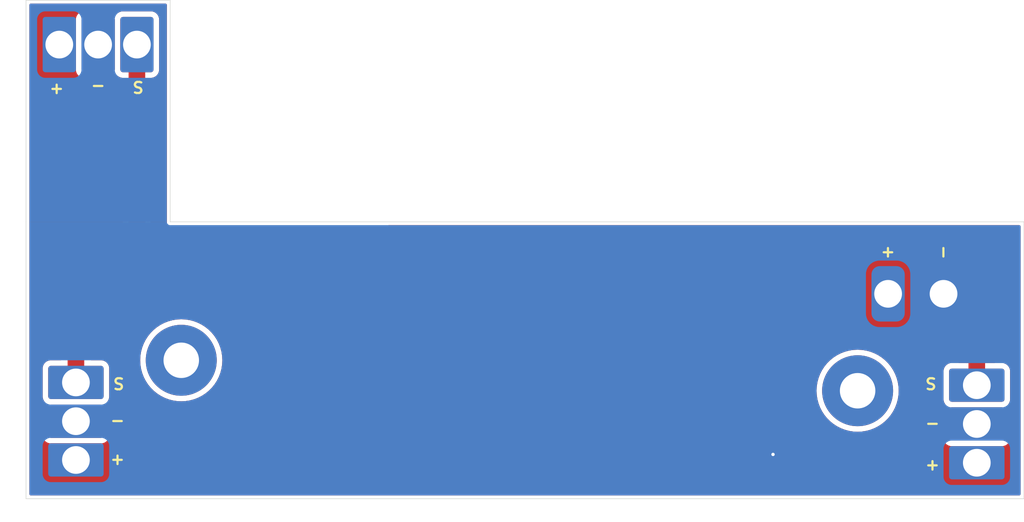
<source format=kicad_pcb>
(kicad_pcb (version 20240108) (generator "pcbnew") (generator_version "8.0")
  (layers (0 "F.Cu" signal) (31 "B.Cu" signal) (34 "B.Paste" user) (35 "F.Paste" user) (36 "B.SilkS" user "B.Silkscreen") (37 "F.SilkS" user "F.Silkscreen") (38 "B.Mask" user) (39 "F.Mask" user) (44 "Edge.Cuts" user))
  (net 0 "")
  (net 1 "Net-(T3-+)")
  (net 2 "Net-(T1-Pad2)")
  (net 3 "Net-(T3--)")
  (net 4 "Net-(T1-Pad1)")
  (net 5 "Net-(T2-Pad1)")
  (net 6 "Net-(T4-Pad1)")
  (net 7 "Net-(T10-Pad1)")
  (footprint "Connectors:MR30" (layer "F.Cu") (at 185.75 114.75)
    (property "Reference" "T4" (hide yes))
    (property "Value" "~")
    (fp_text user "-" (at -4.75 4 0) (layer "F.SilkS") (effects (font (thickness 0.2) (bold yes)) (justify left bottom)))
    (fp_text user "S" (at -4.75 0.5 0) (layer "F.SilkS") (effects (font (thickness 0.2) (bold yes)) (justify left bottom)))
    (fp_text user "+" (at -4.75 7.75 0) (layer "F.SilkS") (effects (font (thickness 0.2) (bold yes)) (justify left bottom)))
    (pad "1" thru_hole roundrect (at 0 0) (size 5 3) (drill 2.5) (layers "*.Cu" "*.Mask") (roundrect_rratio 0.08333333333) (net 6 "Net-(T4-Pad1)"))
    (pad "2" thru_hole roundrect (at 0 3.5) (size 5 3) (drill 2.5) (layers "*.Cu" "*.Mask") (roundrect_rratio 0.08333333333) (net 3 "Net-(T3--)"))
    (pad "3" thru_hole roundrect (at 0 7) (size 5 3) (drill 2.5) (layers "*.Cu" "*.Mask") (roundrect_rratio 0.08333333333) (net 1 "Net-(T3-+)"))
  )
  (footprint "Connectors:Wire_Pad" (layer "F.Cu") (at 130.25 101.5)
    (property "Reference" "T5" (hide yes))
    (property "Value" "~")
    (pad "1" smd roundrect (at 0 0) (size 4 2) (layers "F.Cu" "F.Paste" "F.Mask") (net 7 "Net-(T10-Pad1)"))
  )
  (footprint "Connectors:MR30" (layer "F.Cu") (at 104.5 114.5)
    (property "Reference" "T2" (hide yes))
    (property "Value" "~")
    (fp_text user "+" (at 3 7.5 0) (layer "F.SilkS") (effects (font (thickness 0.2) (bold yes)) (justify left bottom)))
    (fp_text user "S" (at 3.25 0.75 0) (layer "F.SilkS") (effects (font (thickness 0.2) (bold yes)) (justify left bottom)))
    (fp_text user "-" (at 3 4 0) (layer "F.SilkS") (effects (font (thickness 0.2) (bold yes)) (justify left bottom)))
    (pad "1" thru_hole roundrect (at 0 0) (size 5 3) (drill 2.5) (layers "*.Cu" "*.Mask") (roundrect_rratio 0.08333333333) (net 5 "Net-(T2-Pad1)"))
    (pad "2" thru_hole roundrect (at 0 3.5) (size 5 3) (drill 2.5) (layers "*.Cu" "*.Mask") (roundrect_rratio 0.08333333333) (net 3 "Net-(T3--)"))
    (pad "3" thru_hole roundrect (at 0 7) (size 5 3) (drill 2.5) (layers "*.Cu" "*.Mask") (roundrect_rratio 0.08333333333) (net 1 "Net-(T3-+)"))
  )
  (footprint "MountingHole:MountingHole_3.2mm_M3_Pad" (layer "F.Cu") (at 114 112.5)
    (property "Reference" "H1" (hide yes))
    (property "Value" "MountingHole")
    (pad "1" thru_hole circle (at 0 0) (size 6.4 6.4) (drill 3.2) (layers "*.Cu" "*.Mask"))
  )
  (footprint "Connectors:2.54x4_Pad" (layer "F.Cu") (at 159.75 121 90)
    (property "Reference" "T1" (hide yes))
    (property "Value" "~")
    (pad "1" smd roundrect (at 0 0 90) (size 3 2) (layers "F.Cu" "F.Paste" "F.Mask") (net 4 "Net-(T1-Pad1)"))
    (pad "2" smd roundrect (at 0 2.54 90) (size 3 2) (layers "F.Cu" "F.Paste" "F.Mask") (net 2 "Net-(T1-Pad2)"))
    (pad "3" smd roundrect (at 0 7.62 90) (size 3 2) (layers "F.Cu" "F.Paste" "F.Mask") (net 3 "Net-(T3--)"))
    (pad "4" smd roundrect (at 0 5.08 90) (size 3 2) (layers "F.Cu" "F.Paste" "F.Mask") (net 1 "Net-(T3-+)"))
  )
  (footprint "MountingHole:MountingHole_3.2mm_M3_Pad" (layer "F.Cu") (at 175 115.25)
    (property "Reference" "H2" (hide yes))
    (property "Value" "MountingHole")
    (pad "1" thru_hole circle (at 0 0) (size 6.4 6.4) (drill 3.2) (layers "*.Cu" "*.Mask"))
  )
  (footprint "Connectors:Wire_Pad" (layer "F.Cu") (at 141.5 122.25 180)
    (property "Reference" "T8" (hide yes))
    (property "Value" "~")
    (pad "1" smd roundrect (at 0 0 180) (size 4 2) (layers "F.Cu" "F.Paste" "F.Mask") (net 2 "Net-(T1-Pad2)"))
  )
  (footprint "Connectors:Wire_Pad" (layer "F.Cu") (at 185.75 111.75 180)
    (property "Reference" "T6" (hide yes))
    (property "Value" "~")
    (pad "1" smd roundrect (at 0 0 180) (size 4 2) (layers "F.Cu" "F.Paste" "F.Mask") (net 6 "Net-(T4-Pad1)"))
  )
  (footprint "Connectors:MR30" (layer "F.Cu") (at 110 84 -90)
    (property "Reference" "T10" (hide yes))
    (property "Value" "~")
    (fp_text user "+" (at 3.25 7.75 270) (layer "F.SilkS") (effects (font (thickness 0.2) (bold yes)) (justify left bottom)))
    (fp_text user "-" (at 4.25 4.25 0) (layer "F.SilkS") (effects (font (thickness 0.2) (bold yes)) (justify left bottom)))
    (fp_text user "S" (at 4.5 0.5 0) (layer "F.SilkS") (effects (font (thickness 0.2) (bold yes)) (justify left bottom)))
    (pad "1" thru_hole roundrect (at 0 0 270) (size 5 3) (drill 2.5) (layers "*.Cu" "*.Mask") (roundrect_rratio 0.08333333333) (net 7 "Net-(T10-Pad1)"))
    (pad "2" thru_hole roundrect (at 0 3.5 270) (size 5 3) (drill 2.5) (layers "*.Cu" "*.Mask") (roundrect_rratio 0.08333333333) (net 3 "Net-(T3--)"))
    (pad "3" thru_hole roundrect (at 0 7 270) (size 5 3) (drill 2.5) (layers "*.Cu" "*.Mask") (roundrect_rratio 0.08333333333) (net 1 "Net-(T3-+)"))
  )
  (footprint "Connectors:XT30" (layer "F.Cu") (at 177.75 106.5 90)
    (property "Reference" "T3" (hide yes))
    (property "Value" "~")
    (fp_text user "+" (at 3 0.5 90) (layer "F.SilkS") (effects (font (thickness 0.2) (bold yes)) (justify left bottom)))
    (fp_text user "-" (at 3 5.5 90) (layer "F.SilkS") (effects (font (thickness 0.2) (bold yes)) (justify left bottom)))
    (pad "1" thru_hole roundrect (at 0 0 90) (size 5 3) (drill 2.5) (layers "*.Cu" "*.Mask") (net 1 "Net-(T3-+)"))
    (pad "2" thru_hole roundrect (at 0 5 90) (size 5 3) (drill 2.5) (layers "*.Cu" "*.Mask") (net 3 "Net-(T3--)"))
  )
  (footprint "Connectors:Wire_Pad" (layer "F.Cu") (at 150.25 122.25 180)
    (property "Reference" "T9" (hide yes))
    (property "Value" "~")
    (pad "1" smd roundrect (at 0 0 180) (size 4 2) (layers "F.Cu" "F.Paste" "F.Mask") (net 4 "Net-(T1-Pad1)"))
  )
  (footprint "Connectors:Wire_Pad" (layer "F.Cu") (at 104.5 107.5 180)
    (property "Reference" "T7" (hide yes))
    (property "Value" "~")
    (pad "1" smd roundrect (at 0 0 180) (size 4 2) (layers "F.Cu" "F.Paste" "F.Mask") (net 5 "Net-(T2-Pad1)"))
  )
  (gr_line (start 113 80) (end 113 100) (stroke (width 0.05)) (layer "Edge.Cuts"))
  (gr_line (start 190 125) (end 100 125) (stroke (width 0.05)) (layer "Edge.Cuts"))
  (gr_line (start 100 100) (end 100 80) (stroke (width 0.05)) (layer "Edge.Cuts"))
  (gr_line (start 100 125) (end 100 100) (stroke (width 0.05)) (layer "Edge.Cuts"))
  (gr_line (start 113 100) (end 190 100) (stroke (width 0.05)) (layer "Edge.Cuts"))
  (gr_line (start 190 100) (end 190 125) (stroke (width 0.05)) (layer "Edge.Cuts"))
  (gr_line (start 100 80) (end 113 80) (stroke (width 0.05)) (layer "Edge.Cuts"))
  (segment (start 162.29 121) (end 162.29 119.04) (width 1.5) (layer "F.Cu") (net 2))
  (segment (start 146 117.75) (end 141.5 122.25) (width 1.5) (layer "F.Cu") (net 2))
  (segment (start 161 117.75) (end 146 117.75) (width 1.5) (layer "F.Cu") (net 2))
  (segment (start 162.29 119.04) (end 161 117.75) (width 1.5) (layer "F.Cu") (net 2))
  (via (at 167.37 121) (size 0.6) (drill 0.3) (layers "F.Cu" "B.Cu") (net 3))
  (segment (start 159.75 121) (end 151.5 121) (width 1.5) (layer "F.Cu") (net 4))
  (segment (start 151.5 121) (end 150.25 122.25) (width 1.5) (layer "F.Cu") (net 4))
  (segment (start 104.5 107.5) (end 104.5 114.5) (width 1.5) (layer "F.Cu") (net 5))
  (segment (start 185.75 111.75) (end 185.75 114.75) (width 1.5) (layer "F.Cu") (net 6))
  (segment (start 110 84) (end 110 101.5) (width 1.5) (layer "F.Cu") (net 7))
  (segment (start 110 101.5) (end 130.25 101.5) (width 1.5) (layer "F.Cu") (net 7))
  (zone (net 1) (net_name "Net-(T3-+)") (layer "F.Cu") (connect_pads yes (clearance 0.5)) (min_thickness 0.25) (fill yes (thermal_gap 0.5) (thermal_bridge_width 0.5) (island_removal_mode 1) (island_area_min 10))
    (polygon (pts (xy 100 100) (xy 190 100) (xy 190 125) (xy 100 125)))
  )
  (zone (net 1) (net_name "Net-(T3-+)") (layer "F.Cu") (priority 3) (connect_pads yes (clearance 0.5)) (min_thickness 0.25) (fill yes (thermal_gap 0.5) (thermal_bridge_width 0.5))
    (polygon (pts (xy 100 100) (xy 100 80) (xy 113 80) (xy 113 100)))
  )
  (zone (net 3) (net_name "Net-(T3--)") (layer "B.Cu") (priority 4) (connect_pads yes (clearance 0.5)) (min_thickness 0.25) (fill yes (thermal_gap 0.5) (thermal_bridge_width 0.5))
    (polygon (pts (xy 100 100) (xy 100 80) (xy 113 80) (xy 113 100)))
  )
  (zone (net 3) (net_name "Net-(T3--)") (layer "B.Cu") (priority 1) (connect_pads yes (clearance 0.5)) (min_thickness 0.25) (fill yes (thermal_gap 0.5) (thermal_bridge_width 0.5) (island_removal_mode 1) (island_area_min 10))
    (polygon (pts (xy 100 100) (xy 190 100) (xy 190 125) (xy 100 125)))
  )
)
</source>
